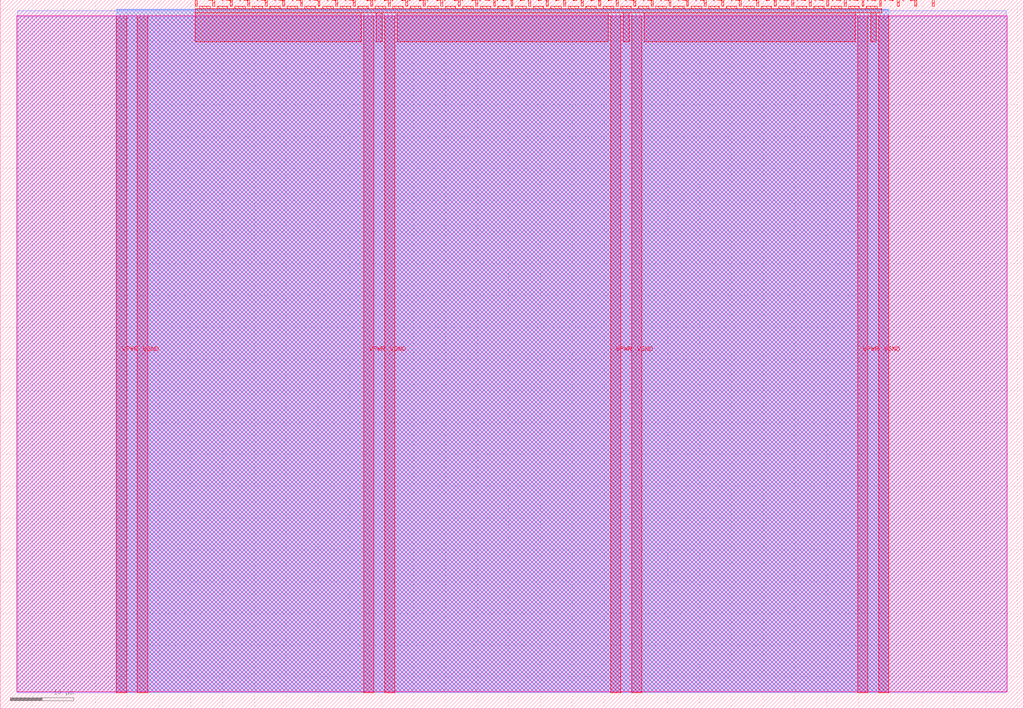
<source format=lef>
VERSION 5.7 ;
  NOWIREEXTENSIONATPIN ON ;
  DIVIDERCHAR "/" ;
  BUSBITCHARS "[]" ;
MACRO tt_um_wokwi_445163652263454721
  CLASS BLOCK ;
  FOREIGN tt_um_wokwi_445163652263454721 ;
  ORIGIN 0.000 0.000 ;
  SIZE 161.000 BY 111.520 ;
  PIN VGND
    DIRECTION INOUT ;
    USE GROUND ;
    PORT
      LAYER met4 ;
        RECT 21.580 2.480 23.180 109.040 ;
    END
    PORT
      LAYER met4 ;
        RECT 60.450 2.480 62.050 109.040 ;
    END
    PORT
      LAYER met4 ;
        RECT 99.320 2.480 100.920 109.040 ;
    END
    PORT
      LAYER met4 ;
        RECT 138.190 2.480 139.790 109.040 ;
    END
  END VGND
  PIN VPWR
    DIRECTION INOUT ;
    USE POWER ;
    PORT
      LAYER met4 ;
        RECT 18.280 2.480 19.880 109.040 ;
    END
    PORT
      LAYER met4 ;
        RECT 57.150 2.480 58.750 109.040 ;
    END
    PORT
      LAYER met4 ;
        RECT 96.020 2.480 97.620 109.040 ;
    END
    PORT
      LAYER met4 ;
        RECT 134.890 2.480 136.490 109.040 ;
    END
  END VPWR
  PIN clk
    DIRECTION INPUT ;
    USE SIGNAL ;
    PORT
      LAYER met4 ;
        RECT 143.830 110.520 144.130 111.520 ;
    END
  END clk
  PIN ena
    DIRECTION INPUT ;
    USE SIGNAL ;
    PORT
      LAYER met4 ;
        RECT 146.590 110.520 146.890 111.520 ;
    END
  END ena
  PIN rst_n
    DIRECTION INPUT ;
    USE SIGNAL ;
    PORT
      LAYER met4 ;
        RECT 141.070 110.520 141.370 111.520 ;
    END
  END rst_n
  PIN ui_in[0]
    DIRECTION INPUT ;
    USE SIGNAL ;
    ANTENNAGATEAREA 0.196500 ;
    PORT
      LAYER met4 ;
        RECT 138.310 110.520 138.610 111.520 ;
    END
  END ui_in[0]
  PIN ui_in[1]
    DIRECTION INPUT ;
    USE SIGNAL ;
    ANTENNAGATEAREA 0.196500 ;
    PORT
      LAYER met4 ;
        RECT 135.550 110.520 135.850 111.520 ;
    END
  END ui_in[1]
  PIN ui_in[2]
    DIRECTION INPUT ;
    USE SIGNAL ;
    PORT
      LAYER met4 ;
        RECT 132.790 110.520 133.090 111.520 ;
    END
  END ui_in[2]
  PIN ui_in[3]
    DIRECTION INPUT ;
    USE SIGNAL ;
    PORT
      LAYER met4 ;
        RECT 130.030 110.520 130.330 111.520 ;
    END
  END ui_in[3]
  PIN ui_in[4]
    DIRECTION INPUT ;
    USE SIGNAL ;
    ANTENNAGATEAREA 0.159000 ;
    PORT
      LAYER met4 ;
        RECT 127.270 110.520 127.570 111.520 ;
    END
  END ui_in[4]
  PIN ui_in[5]
    DIRECTION INPUT ;
    USE SIGNAL ;
    ANTENNAGATEAREA 0.159000 ;
    PORT
      LAYER met4 ;
        RECT 124.510 110.520 124.810 111.520 ;
    END
  END ui_in[5]
  PIN ui_in[6]
    DIRECTION INPUT ;
    USE SIGNAL ;
    ANTENNAGATEAREA 0.159000 ;
    PORT
      LAYER met4 ;
        RECT 121.750 110.520 122.050 111.520 ;
    END
  END ui_in[6]
  PIN ui_in[7]
    DIRECTION INPUT ;
    USE SIGNAL ;
    ANTENNAGATEAREA 0.159000 ;
    PORT
      LAYER met4 ;
        RECT 118.990 110.520 119.290 111.520 ;
    END
  END ui_in[7]
  PIN uio_in[0]
    DIRECTION INPUT ;
    USE SIGNAL ;
    PORT
      LAYER met4 ;
        RECT 116.230 110.520 116.530 111.520 ;
    END
  END uio_in[0]
  PIN uio_in[1]
    DIRECTION INPUT ;
    USE SIGNAL ;
    PORT
      LAYER met4 ;
        RECT 113.470 110.520 113.770 111.520 ;
    END
  END uio_in[1]
  PIN uio_in[2]
    DIRECTION INPUT ;
    USE SIGNAL ;
    PORT
      LAYER met4 ;
        RECT 110.710 110.520 111.010 111.520 ;
    END
  END uio_in[2]
  PIN uio_in[3]
    DIRECTION INPUT ;
    USE SIGNAL ;
    PORT
      LAYER met4 ;
        RECT 107.950 110.520 108.250 111.520 ;
    END
  END uio_in[3]
  PIN uio_in[4]
    DIRECTION INPUT ;
    USE SIGNAL ;
    PORT
      LAYER met4 ;
        RECT 105.190 110.520 105.490 111.520 ;
    END
  END uio_in[4]
  PIN uio_in[5]
    DIRECTION INPUT ;
    USE SIGNAL ;
    PORT
      LAYER met4 ;
        RECT 102.430 110.520 102.730 111.520 ;
    END
  END uio_in[5]
  PIN uio_in[6]
    DIRECTION INPUT ;
    USE SIGNAL ;
    PORT
      LAYER met4 ;
        RECT 99.670 110.520 99.970 111.520 ;
    END
  END uio_in[6]
  PIN uio_in[7]
    DIRECTION INPUT ;
    USE SIGNAL ;
    PORT
      LAYER met4 ;
        RECT 96.910 110.520 97.210 111.520 ;
    END
  END uio_in[7]
  PIN uio_oe[0]
    DIRECTION OUTPUT ;
    USE SIGNAL ;
    PORT
      LAYER met4 ;
        RECT 49.990 110.520 50.290 111.520 ;
    END
  END uio_oe[0]
  PIN uio_oe[1]
    DIRECTION OUTPUT ;
    USE SIGNAL ;
    PORT
      LAYER met4 ;
        RECT 47.230 110.520 47.530 111.520 ;
    END
  END uio_oe[1]
  PIN uio_oe[2]
    DIRECTION OUTPUT ;
    USE SIGNAL ;
    PORT
      LAYER met4 ;
        RECT 44.470 110.520 44.770 111.520 ;
    END
  END uio_oe[2]
  PIN uio_oe[3]
    DIRECTION OUTPUT ;
    USE SIGNAL ;
    PORT
      LAYER met4 ;
        RECT 41.710 110.520 42.010 111.520 ;
    END
  END uio_oe[3]
  PIN uio_oe[4]
    DIRECTION OUTPUT ;
    USE SIGNAL ;
    PORT
      LAYER met4 ;
        RECT 38.950 110.520 39.250 111.520 ;
    END
  END uio_oe[4]
  PIN uio_oe[5]
    DIRECTION OUTPUT ;
    USE SIGNAL ;
    PORT
      LAYER met4 ;
        RECT 36.190 110.520 36.490 111.520 ;
    END
  END uio_oe[5]
  PIN uio_oe[6]
    DIRECTION OUTPUT ;
    USE SIGNAL ;
    PORT
      LAYER met4 ;
        RECT 33.430 110.520 33.730 111.520 ;
    END
  END uio_oe[6]
  PIN uio_oe[7]
    DIRECTION OUTPUT ;
    USE SIGNAL ;
    PORT
      LAYER met4 ;
        RECT 30.670 110.520 30.970 111.520 ;
    END
  END uio_oe[7]
  PIN uio_out[0]
    DIRECTION OUTPUT ;
    USE SIGNAL ;
    PORT
      LAYER met4 ;
        RECT 72.070 110.520 72.370 111.520 ;
    END
  END uio_out[0]
  PIN uio_out[1]
    DIRECTION OUTPUT ;
    USE SIGNAL ;
    PORT
      LAYER met4 ;
        RECT 69.310 110.520 69.610 111.520 ;
    END
  END uio_out[1]
  PIN uio_out[2]
    DIRECTION OUTPUT ;
    USE SIGNAL ;
    PORT
      LAYER met4 ;
        RECT 66.550 110.520 66.850 111.520 ;
    END
  END uio_out[2]
  PIN uio_out[3]
    DIRECTION OUTPUT ;
    USE SIGNAL ;
    PORT
      LAYER met4 ;
        RECT 63.790 110.520 64.090 111.520 ;
    END
  END uio_out[3]
  PIN uio_out[4]
    DIRECTION OUTPUT ;
    USE SIGNAL ;
    PORT
      LAYER met4 ;
        RECT 61.030 110.520 61.330 111.520 ;
    END
  END uio_out[4]
  PIN uio_out[5]
    DIRECTION OUTPUT ;
    USE SIGNAL ;
    PORT
      LAYER met4 ;
        RECT 58.270 110.520 58.570 111.520 ;
    END
  END uio_out[5]
  PIN uio_out[6]
    DIRECTION OUTPUT ;
    USE SIGNAL ;
    PORT
      LAYER met4 ;
        RECT 55.510 110.520 55.810 111.520 ;
    END
  END uio_out[6]
  PIN uio_out[7]
    DIRECTION OUTPUT ;
    USE SIGNAL ;
    PORT
      LAYER met4 ;
        RECT 52.750 110.520 53.050 111.520 ;
    END
  END uio_out[7]
  PIN uo_out[0]
    DIRECTION OUTPUT ;
    USE SIGNAL ;
    PORT
      LAYER met4 ;
        RECT 94.150 110.520 94.450 111.520 ;
    END
  END uo_out[0]
  PIN uo_out[1]
    DIRECTION OUTPUT ;
    USE SIGNAL ;
    ANTENNADIFFAREA 0.445500 ;
    PORT
      LAYER met4 ;
        RECT 91.390 110.520 91.690 111.520 ;
    END
  END uo_out[1]
  PIN uo_out[2]
    DIRECTION OUTPUT ;
    USE SIGNAL ;
    ANTENNADIFFAREA 0.445500 ;
    PORT
      LAYER met4 ;
        RECT 88.630 110.520 88.930 111.520 ;
    END
  END uo_out[2]
  PIN uo_out[3]
    DIRECTION OUTPUT ;
    USE SIGNAL ;
    PORT
      LAYER met4 ;
        RECT 85.870 110.520 86.170 111.520 ;
    END
  END uo_out[3]
  PIN uo_out[4]
    DIRECTION OUTPUT ;
    USE SIGNAL ;
    ANTENNADIFFAREA 0.445500 ;
    PORT
      LAYER met4 ;
        RECT 83.110 110.520 83.410 111.520 ;
    END
  END uo_out[4]
  PIN uo_out[5]
    DIRECTION OUTPUT ;
    USE SIGNAL ;
    ANTENNADIFFAREA 0.445500 ;
    PORT
      LAYER met4 ;
        RECT 80.350 110.520 80.650 111.520 ;
    END
  END uo_out[5]
  PIN uo_out[6]
    DIRECTION OUTPUT ;
    USE SIGNAL ;
    ANTENNADIFFAREA 0.445500 ;
    PORT
      LAYER met4 ;
        RECT 77.590 110.520 77.890 111.520 ;
    END
  END uo_out[6]
  PIN uo_out[7]
    DIRECTION OUTPUT ;
    USE SIGNAL ;
    ANTENNADIFFAREA 0.445500 ;
    PORT
      LAYER met4 ;
        RECT 74.830 110.520 75.130 111.520 ;
    END
  END uo_out[7]
  OBS
      LAYER nwell ;
        RECT 2.570 2.635 158.430 108.990 ;
      LAYER li1 ;
        RECT 2.760 2.635 158.240 108.885 ;
      LAYER met1 ;
        RECT 2.760 2.480 158.240 109.780 ;
      LAYER met2 ;
        RECT 18.310 2.535 139.760 110.005 ;
      LAYER met3 ;
        RECT 18.290 2.555 139.780 109.985 ;
      LAYER met4 ;
        RECT 31.370 110.120 33.030 110.520 ;
        RECT 34.130 110.120 35.790 110.520 ;
        RECT 36.890 110.120 38.550 110.520 ;
        RECT 39.650 110.120 41.310 110.520 ;
        RECT 42.410 110.120 44.070 110.520 ;
        RECT 45.170 110.120 46.830 110.520 ;
        RECT 47.930 110.120 49.590 110.520 ;
        RECT 50.690 110.120 52.350 110.520 ;
        RECT 53.450 110.120 55.110 110.520 ;
        RECT 56.210 110.120 57.870 110.520 ;
        RECT 58.970 110.120 60.630 110.520 ;
        RECT 61.730 110.120 63.390 110.520 ;
        RECT 64.490 110.120 66.150 110.520 ;
        RECT 67.250 110.120 68.910 110.520 ;
        RECT 70.010 110.120 71.670 110.520 ;
        RECT 72.770 110.120 74.430 110.520 ;
        RECT 75.530 110.120 77.190 110.520 ;
        RECT 78.290 110.120 79.950 110.520 ;
        RECT 81.050 110.120 82.710 110.520 ;
        RECT 83.810 110.120 85.470 110.520 ;
        RECT 86.570 110.120 88.230 110.520 ;
        RECT 89.330 110.120 90.990 110.520 ;
        RECT 92.090 110.120 93.750 110.520 ;
        RECT 94.850 110.120 96.510 110.520 ;
        RECT 97.610 110.120 99.270 110.520 ;
        RECT 100.370 110.120 102.030 110.520 ;
        RECT 103.130 110.120 104.790 110.520 ;
        RECT 105.890 110.120 107.550 110.520 ;
        RECT 108.650 110.120 110.310 110.520 ;
        RECT 111.410 110.120 113.070 110.520 ;
        RECT 114.170 110.120 115.830 110.520 ;
        RECT 116.930 110.120 118.590 110.520 ;
        RECT 119.690 110.120 121.350 110.520 ;
        RECT 122.450 110.120 124.110 110.520 ;
        RECT 125.210 110.120 126.870 110.520 ;
        RECT 127.970 110.120 129.630 110.520 ;
        RECT 130.730 110.120 132.390 110.520 ;
        RECT 133.490 110.120 135.150 110.520 ;
        RECT 136.250 110.120 137.910 110.520 ;
        RECT 30.655 109.440 138.625 110.120 ;
        RECT 30.655 104.895 56.750 109.440 ;
        RECT 59.150 104.895 60.050 109.440 ;
        RECT 62.450 104.895 95.620 109.440 ;
        RECT 98.020 104.895 98.920 109.440 ;
        RECT 101.320 104.895 134.490 109.440 ;
        RECT 136.890 104.895 137.790 109.440 ;
  END
END tt_um_wokwi_445163652263454721
END LIBRARY


</source>
